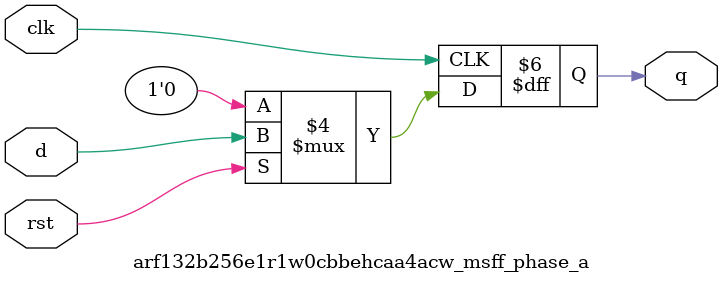
<source format=sv>
`ifndef ARF132B256E1R1W0CBBEHCAA4ACW_MSFF_PHASE_A_SV
`define ARF132B256E1R1W0CBBEHCAA4ACW_MSFF_PHASE_A_SV

module arf132b256e1r1w0cbbehcaa4acw_msff_phase_a #
(
  parameter DWIDTH = 1
)
(
  input  logic [DWIDTH-1:0] d,
  input  logic clk,
  input  logic rst,
  output logic [DWIDTH-1:0] q
);

always_ff @ (posedge clk) begin
  if (~rst) begin
    q <= '0;
  end
  else begin
    q <= d;
  end
end

endmodule // arf132b256e1r1w0cbbehcaa4acw_msff_phase_a

`endif // ARF132B256E1R1W0CBBEHCAA4ACW_MSFF_PHASE_A_SV
</source>
